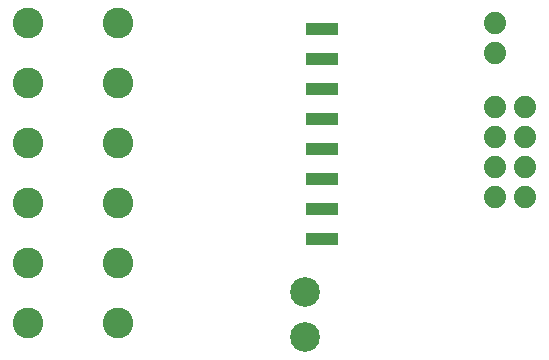
<source format=gbr>
G04 project-name*
%FSLAX35Y35*%
%MOMM*%
G04 c5.a(1)*
%LPD*%
%ADD10C,2.6*%
D10*
X-5713150Y20000000D02*
D03*

G04 c5.b(3)*
%LPD*%
D10*
X-5713150Y19492000D02*
D03*

G04 c5.c(5)*
%LPD*%
D10*
X-5713150Y18984000D02*
D03*

G04 c5.d(7)*
%LPD*%
D10*
X-5713150Y18476000D02*
D03*

G04 c5.e(9)*
%LPD*%
D10*
X-5713150Y17968000D02*
D03*

G04 c5.f(11)*
%LPD*%
D10*
X-5713150Y17460000D02*
D03*

G04 c5.a(2)*
%LPD*%
D10*
X-4951150Y20000000D02*
D03*

G04 c5.b(4)*
%LPD*%
D10*
X-4951150Y19492000D02*
D03*

G04 c5.c(6)*
%LPD*%
D10*
X-4951150Y18984000D02*
D03*

G04 c5.d(8)*
%LPD*%
D10*
X-4951150Y18476000D02*
D03*

G04 c5.e(10)*
%LPD*%
D10*
X-4951150Y17968000D02*
D03*

G04 c5.f(12)*
%LPD*%
D10*
X-4951150Y17460000D02*
D03*

G04 c4.1(1)*
%LPD*%
%ADD11C,2.52*%
D11*
X-3368233Y17729816D02*
D03*

G04 c4.2(2)*
%LPD*%
D11*
X-3368233Y17348816D02*
D03*

G04 c3.1(1)*
%LPD*%
%ADD12R,2.794X1.016*%
D12*
X-3228533Y19949200D02*
D03*

G04 c3.2(2)*
%LPD*%
D12*
X-3228533Y19695200D02*
D03*

G04 c3.3(3)*
%LPD*%
D12*
X-3228533Y19441200D02*
D03*

G04 c3.4(4)*
%LPD*%
D12*
X-3228533Y19187200D02*
D03*

G04 c3.5(5)*
%LPD*%
D12*
X-3228533Y18933200D02*
D03*

G04 c3.6(6)*
%LPD*%
D12*
X-3228533Y18679200D02*
D03*

G04 c3.7(7)*
%LPD*%
D12*
X-3228533Y18425200D02*
D03*

G04 c3.8(8)*
%LPD*%
D12*
X-3228533Y18171200D02*
D03*

G04 c2.1(1)*
%LPD*%
%ADD13C,1.89*%
D13*
X-1765916Y19292416D02*
D03*

G04 c2.3(3)*
%LPD*%
D13*
X-1765916Y19038416D02*
D03*

G04 c2.5(5)*
%LPD*%
D13*
X-1765916Y18784416D02*
D03*

G04 c2.7(7)*
%LPD*%
D13*
X-1765916Y18530416D02*
D03*

G04 c2.2(2)*
%LPD*%
D13*
X-1511916Y19292416D02*
D03*

G04 c2.4(4)*
%LPD*%
D13*
X-1511916Y19038416D02*
D03*

G04 c2.6(6)*
%LPD*%
D13*
X-1511916Y18784416D02*
D03*

G04 c2.8(8)*
%LPD*%
D13*
X-1511916Y18530416D02*
D03*

G04 c1.1(1)*
%LPD*%
D13*
X-1765916Y20000000D02*
D03*

G04 c1.2(2)*
%LPD*%
D13*
X-1765916Y19746000D02*
D03*

M02*
</source>
